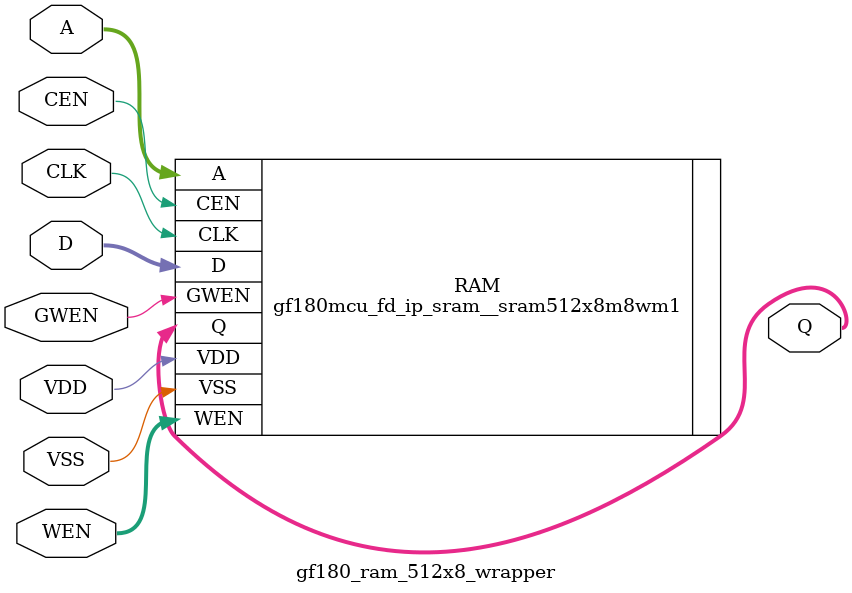
<source format=v>
module gf180_ram_512x8_wrapper (CEN,
    CLK,
    GWEN,
    VDD,
    VSS,
    A,
    D,
    Q,
    WEN);
 input CEN;
 input CLK;
 input GWEN;
 input VDD;
 input VSS;
 input [8:0] A;
 input [7:0] D;
 output [7:0] Q;
 input [7:0] WEN;


 gf180mcu_fd_ip_sram__sram512x8m8wm1 RAM (.CEN(CEN),
    .CLK(CLK),
    .GWEN(GWEN),
    .VDD(VDD),
    .VSS(VSS),
    .A({A[8],
    A[7],
    A[6],
    A[5],
    A[4],
    A[3],
    A[2],
    A[1],
    A[0]}),
    .D({D[7],
    D[6],
    D[5],
    D[4],
    D[3],
    D[2],
    D[1],
    D[0]}),
    .Q({Q[7],
    Q[6],
    Q[5],
    Q[4],
    Q[3],
    Q[2],
    Q[1],
    Q[0]}),
    .WEN({WEN[7],
    WEN[6],
    WEN[5],
    WEN[4],
    WEN[3],
    WEN[2],
    WEN[1],
    WEN[0]}));
endmodule

</source>
